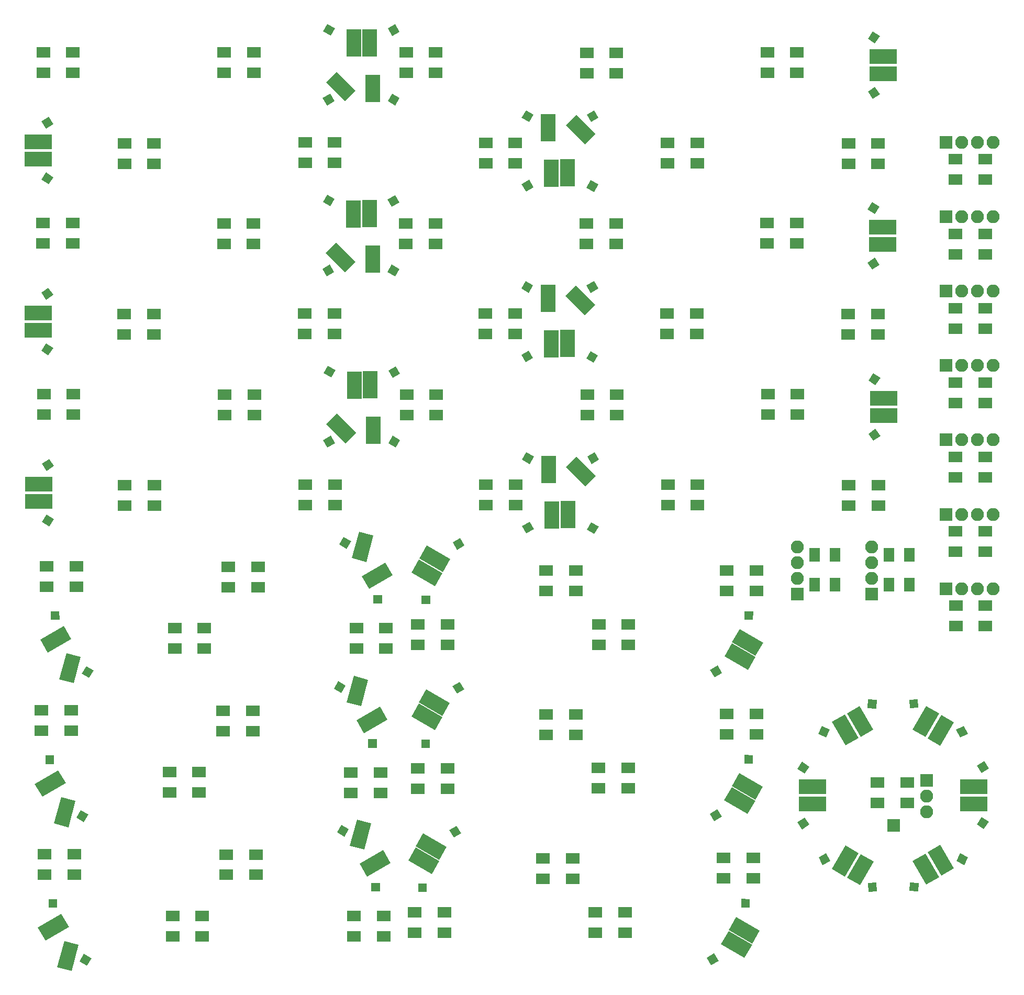
<source format=gbr>
G04 #@! TF.FileFunction,Soldermask,Top*
%FSLAX46Y46*%
G04 Gerber Fmt 4.6, Leading zero omitted, Abs format (unit mm)*
G04 Created by KiCad (PCBNEW 4.0.7) date 10/29/17 08:22:04*
%MOMM*%
%LPD*%
G01*
G04 APERTURE LIST*
%ADD10C,0.100000*%
%ADD11R,4.400000X2.400000*%
%ADD12R,2.100000X2.100000*%
%ADD13O,2.100000X2.100000*%
%ADD14R,1.800000X2.200000*%
%ADD15R,2.200000X1.800000*%
%ADD16R,2.400000X4.400000*%
G04 APERTURE END LIST*
D10*
D11*
X155028900Y-81064100D03*
X155028900Y-83858100D03*
D12*
X141109700Y-112737900D03*
D13*
X141109700Y-110197900D03*
X141109700Y-107657900D03*
X141109700Y-105117900D03*
D14*
X143866600Y-111188200D03*
X147166600Y-111188200D03*
X147166600Y-106388200D03*
X143866600Y-106388200D03*
X155906200Y-111162800D03*
X159206200Y-111162800D03*
X159206200Y-106362800D03*
X155906200Y-106362800D03*
D12*
X153149300Y-112712500D03*
D13*
X153149300Y-110172500D03*
X153149300Y-107632500D03*
X153149300Y-105092500D03*
D12*
X165163500Y-111848900D03*
D13*
X167703500Y-111848900D03*
X170243500Y-111848900D03*
X172783500Y-111848900D03*
D15*
X166713200Y-114605800D03*
X166713200Y-117905800D03*
X171513200Y-117905800D03*
X171513200Y-114605800D03*
D12*
X165138100Y-39636700D03*
D13*
X167678100Y-39636700D03*
X170218100Y-39636700D03*
X172758100Y-39636700D03*
D15*
X166687800Y-42393600D03*
X166687800Y-45693600D03*
X171487800Y-45693600D03*
X171487800Y-42393600D03*
X166687800Y-54433200D03*
X166687800Y-57733200D03*
X171487800Y-57733200D03*
X171487800Y-54433200D03*
D12*
X165138100Y-51676300D03*
D13*
X167678100Y-51676300D03*
X170218100Y-51676300D03*
X172758100Y-51676300D03*
D12*
X165138100Y-75730100D03*
D13*
X167678100Y-75730100D03*
X170218100Y-75730100D03*
X172758100Y-75730100D03*
D15*
X166687800Y-78487000D03*
X166687800Y-81787000D03*
X171487800Y-81787000D03*
X171487800Y-78487000D03*
X166687800Y-66447400D03*
X166687800Y-69747400D03*
X171487800Y-69747400D03*
X171487800Y-66447400D03*
D12*
X165138100Y-63690500D03*
D13*
X167678100Y-63690500D03*
X170218100Y-63690500D03*
X172758100Y-63690500D03*
D12*
X165138100Y-87769700D03*
D13*
X167678100Y-87769700D03*
X170218100Y-87769700D03*
X172758100Y-87769700D03*
D15*
X166687800Y-90526600D03*
X166687800Y-93826600D03*
X171487800Y-93826600D03*
X171487800Y-90526600D03*
D10*
G36*
X67346572Y-128721174D02*
X66141534Y-128008516D01*
X66854192Y-126803478D01*
X68059230Y-127516136D01*
X67346572Y-128721174D01*
X67346572Y-128721174D01*
G37*
G36*
X73063513Y-136183807D02*
X73078174Y-137583730D01*
X71678251Y-137598391D01*
X71663590Y-136198468D01*
X73063513Y-136183807D01*
X73063513Y-136183807D01*
G37*
G36*
X69355237Y-125957424D02*
X71673459Y-126578590D01*
X70534655Y-130828664D01*
X68216433Y-130207498D01*
X69355237Y-125957424D01*
X69355237Y-125957424D01*
G37*
G36*
X70977662Y-135194971D02*
X69777662Y-133116511D01*
X73588174Y-130916511D01*
X74788174Y-132994971D01*
X70977662Y-135194971D01*
X70977662Y-135194971D01*
G37*
D15*
X48216112Y-131596732D03*
X48216112Y-134896732D03*
X53016112Y-134896732D03*
X53016112Y-131596732D03*
X18853067Y-131538446D03*
X18853067Y-134838446D03*
X23653067Y-134838446D03*
X23653067Y-131538446D03*
X73704533Y-144864354D03*
X73704533Y-141564354D03*
X68904533Y-141564354D03*
X68904533Y-144864354D03*
X44341488Y-144806068D03*
X44341488Y-141506068D03*
X39541488Y-141506068D03*
X39541488Y-144806068D03*
D10*
G36*
X21579938Y-141207829D02*
X22779938Y-143286289D01*
X18969426Y-145486289D01*
X17769426Y-143407829D01*
X21579938Y-141207829D01*
X21579938Y-141207829D01*
G37*
G36*
X23202363Y-150445376D02*
X20884141Y-149824210D01*
X22022945Y-145574136D01*
X24341167Y-146195302D01*
X23202363Y-150445376D01*
X23202363Y-150445376D01*
G37*
G36*
X19494087Y-140218993D02*
X19479426Y-138819070D01*
X20879349Y-138804409D01*
X20894010Y-140204332D01*
X19494087Y-140218993D01*
X19494087Y-140218993D01*
G37*
G36*
X25211028Y-147681626D02*
X26416066Y-148394284D01*
X25703408Y-149599322D01*
X24498370Y-148886664D01*
X25211028Y-147681626D01*
X25211028Y-147681626D01*
G37*
G36*
X26074628Y-124364426D02*
X27279666Y-125077084D01*
X26567008Y-126282122D01*
X25361970Y-125569464D01*
X26074628Y-124364426D01*
X26074628Y-124364426D01*
G37*
G36*
X20357687Y-116901793D02*
X20343026Y-115501870D01*
X21742949Y-115487209D01*
X21757610Y-116887132D01*
X20357687Y-116901793D01*
X20357687Y-116901793D01*
G37*
G36*
X24065963Y-127128176D02*
X21747741Y-126507010D01*
X22886545Y-122256936D01*
X25204767Y-122878102D01*
X24065963Y-127128176D01*
X24065963Y-127128176D01*
G37*
G36*
X22443538Y-117890629D02*
X23643538Y-119969089D01*
X19833026Y-122169089D01*
X18633026Y-120090629D01*
X22443538Y-117890629D01*
X22443538Y-117890629D01*
G37*
D15*
X45205088Y-121488868D03*
X45205088Y-118188868D03*
X40405088Y-118188868D03*
X40405088Y-121488868D03*
X74568133Y-121547154D03*
X74568133Y-118247154D03*
X69768133Y-118247154D03*
X69768133Y-121547154D03*
X19716667Y-108221246D03*
X19716667Y-111521246D03*
X24516667Y-111521246D03*
X24516667Y-108221246D03*
X49079712Y-108279532D03*
X49079712Y-111579532D03*
X53879712Y-111579532D03*
X53879712Y-108279532D03*
D10*
G36*
X71841262Y-111877771D02*
X70641262Y-109799311D01*
X74451774Y-107599311D01*
X75651774Y-109677771D01*
X71841262Y-111877771D01*
X71841262Y-111877771D01*
G37*
G36*
X70218837Y-102640224D02*
X72537059Y-103261390D01*
X71398255Y-107511464D01*
X69080033Y-106890298D01*
X70218837Y-102640224D01*
X70218837Y-102640224D01*
G37*
G36*
X73927113Y-112866607D02*
X73941774Y-114266530D01*
X72541851Y-114281191D01*
X72527190Y-112881268D01*
X73927113Y-112866607D01*
X73927113Y-112866607D01*
G37*
G36*
X68210172Y-105403974D02*
X67005134Y-104691316D01*
X67717792Y-103486278D01*
X68922830Y-104198936D01*
X68210172Y-105403974D01*
X68210172Y-105403974D01*
G37*
G36*
X25719028Y-170922626D02*
X26924066Y-171635284D01*
X26211408Y-172840322D01*
X25006370Y-172127664D01*
X25719028Y-170922626D01*
X25719028Y-170922626D01*
G37*
G36*
X20002087Y-163459993D02*
X19987426Y-162060070D01*
X21387349Y-162045409D01*
X21402010Y-163445332D01*
X20002087Y-163459993D01*
X20002087Y-163459993D01*
G37*
G36*
X23710363Y-173686376D02*
X21392141Y-173065210D01*
X22530945Y-168815136D01*
X24849167Y-169436302D01*
X23710363Y-173686376D01*
X23710363Y-173686376D01*
G37*
G36*
X22087938Y-164448829D02*
X23287938Y-166527289D01*
X19477426Y-168727289D01*
X18277426Y-166648829D01*
X22087938Y-164448829D01*
X22087938Y-164448829D01*
G37*
D15*
X44849488Y-168047068D03*
X44849488Y-164747068D03*
X40049488Y-164747068D03*
X40049488Y-168047068D03*
X74212533Y-168105354D03*
X74212533Y-164805354D03*
X69412533Y-164805354D03*
X69412533Y-168105354D03*
X19361067Y-154779446D03*
X19361067Y-158079446D03*
X24161067Y-158079446D03*
X24161067Y-154779446D03*
X48724112Y-154837732D03*
X48724112Y-158137732D03*
X53524112Y-158137732D03*
X53524112Y-154837732D03*
D10*
G36*
X71485662Y-158435971D02*
X70285662Y-156357511D01*
X74096174Y-154157511D01*
X75296174Y-156235971D01*
X71485662Y-158435971D01*
X71485662Y-158435971D01*
G37*
G36*
X69863237Y-149198424D02*
X72181459Y-149819590D01*
X71042655Y-154069664D01*
X68724433Y-153448498D01*
X69863237Y-149198424D01*
X69863237Y-149198424D01*
G37*
G36*
X73571513Y-159424807D02*
X73586174Y-160824730D01*
X72186251Y-160839391D01*
X72171590Y-159439468D01*
X73571513Y-159424807D01*
X73571513Y-159424807D01*
G37*
G36*
X67854572Y-151962174D02*
X66649534Y-151249516D01*
X67362192Y-150044478D01*
X68567230Y-150757136D01*
X67854572Y-151962174D01*
X67854572Y-151962174D01*
G37*
D15*
X108942478Y-140864971D03*
X108942478Y-144164971D03*
X113742478Y-144164971D03*
X113742478Y-140864971D03*
X79721168Y-140931764D03*
X79721168Y-144231764D03*
X84521168Y-144231764D03*
X84521168Y-140931764D03*
D10*
G36*
X134286466Y-146163818D02*
X133086466Y-148242278D01*
X129275954Y-146042278D01*
X130475954Y-143963818D01*
X134286466Y-146163818D01*
X134286466Y-146163818D01*
G37*
G36*
X135533223Y-143877371D02*
X134333223Y-145955831D01*
X130522711Y-143755831D01*
X131722711Y-141677371D01*
X135533223Y-143877371D01*
X135533223Y-143877371D01*
G37*
G36*
X126952363Y-148241893D02*
X128157401Y-147529235D01*
X128870059Y-148734273D01*
X127665021Y-149446931D01*
X126952363Y-148241893D01*
X126952363Y-148241893D01*
G37*
G36*
X133912246Y-138753420D02*
X133897585Y-140153343D01*
X132497662Y-140138682D01*
X132512323Y-138738759D01*
X133912246Y-138753420D01*
X133912246Y-138753420D01*
G37*
G36*
X80273254Y-137611280D02*
X80287915Y-136211357D01*
X81687838Y-136226018D01*
X81673177Y-137625941D01*
X80273254Y-137611280D01*
X80273254Y-137611280D01*
G37*
G36*
X87233137Y-128122807D02*
X86028099Y-128835465D01*
X85315441Y-127630427D01*
X86520479Y-126917769D01*
X87233137Y-128122807D01*
X87233137Y-128122807D01*
G37*
G36*
X78652277Y-132487329D02*
X79852277Y-130408869D01*
X83662789Y-132608869D01*
X82462789Y-134687329D01*
X78652277Y-132487329D01*
X78652277Y-132487329D01*
G37*
G36*
X79899034Y-130200882D02*
X81099034Y-128122422D01*
X84909546Y-130322422D01*
X83709546Y-132400882D01*
X79899034Y-130200882D01*
X79899034Y-130200882D01*
G37*
D15*
X134464332Y-135432936D03*
X134464332Y-132132936D03*
X129664332Y-132132936D03*
X129664332Y-135432936D03*
X105243022Y-135499729D03*
X105243022Y-132199729D03*
X100443022Y-132199729D03*
X100443022Y-135499729D03*
X104735022Y-158791529D03*
X104735022Y-155491529D03*
X99935022Y-155491529D03*
X99935022Y-158791529D03*
X133956332Y-158724736D03*
X133956332Y-155424736D03*
X129156332Y-155424736D03*
X129156332Y-158724736D03*
D10*
G36*
X79391034Y-153492682D02*
X80591034Y-151414222D01*
X84401546Y-153614222D01*
X83201546Y-155692682D01*
X79391034Y-153492682D01*
X79391034Y-153492682D01*
G37*
G36*
X78144277Y-155779129D02*
X79344277Y-153700669D01*
X83154789Y-155900669D01*
X81954789Y-157979129D01*
X78144277Y-155779129D01*
X78144277Y-155779129D01*
G37*
G36*
X86725137Y-151414607D02*
X85520099Y-152127265D01*
X84807441Y-150922227D01*
X86012479Y-150209569D01*
X86725137Y-151414607D01*
X86725137Y-151414607D01*
G37*
G36*
X79765254Y-160903080D02*
X79779915Y-159503157D01*
X81179838Y-159517818D01*
X81165177Y-160917741D01*
X79765254Y-160903080D01*
X79765254Y-160903080D01*
G37*
G36*
X133404246Y-162045220D02*
X133389585Y-163445143D01*
X131989662Y-163430482D01*
X132004323Y-162030559D01*
X133404246Y-162045220D01*
X133404246Y-162045220D01*
G37*
G36*
X126444363Y-171533693D02*
X127649401Y-170821035D01*
X128362059Y-172026073D01*
X127157021Y-172738731D01*
X126444363Y-171533693D01*
X126444363Y-171533693D01*
G37*
G36*
X135025223Y-167169171D02*
X133825223Y-169247631D01*
X130014711Y-167047631D01*
X131214711Y-164969171D01*
X135025223Y-167169171D01*
X135025223Y-167169171D01*
G37*
G36*
X133778466Y-169455618D02*
X132578466Y-171534078D01*
X128767954Y-169334078D01*
X129967954Y-167255618D01*
X133778466Y-169455618D01*
X133778466Y-169455618D01*
G37*
D15*
X79213168Y-164223564D03*
X79213168Y-167523564D03*
X84013168Y-167523564D03*
X84013168Y-164223564D03*
X108434478Y-164156771D03*
X108434478Y-167456771D03*
X113234478Y-167456771D03*
X113234478Y-164156771D03*
X108967878Y-117598571D03*
X108967878Y-120898571D03*
X113767878Y-120898571D03*
X113767878Y-117598571D03*
X79746568Y-117665364D03*
X79746568Y-120965364D03*
X84546568Y-120965364D03*
X84546568Y-117665364D03*
D10*
G36*
X134311866Y-122897418D02*
X133111866Y-124975878D01*
X129301354Y-122775878D01*
X130501354Y-120697418D01*
X134311866Y-122897418D01*
X134311866Y-122897418D01*
G37*
G36*
X135558623Y-120610971D02*
X134358623Y-122689431D01*
X130548111Y-120489431D01*
X131748111Y-118410971D01*
X135558623Y-120610971D01*
X135558623Y-120610971D01*
G37*
G36*
X126977763Y-124975493D02*
X128182801Y-124262835D01*
X128895459Y-125467873D01*
X127690421Y-126180531D01*
X126977763Y-124975493D01*
X126977763Y-124975493D01*
G37*
G36*
X133937646Y-115487020D02*
X133922985Y-116886943D01*
X132523062Y-116872282D01*
X132537723Y-115472359D01*
X133937646Y-115487020D01*
X133937646Y-115487020D01*
G37*
G36*
X19578229Y-65092719D02*
X18803481Y-63926629D01*
X19969571Y-63151881D01*
X20744319Y-64317971D01*
X19578229Y-65092719D01*
X19578229Y-65092719D01*
G37*
G36*
X20744319Y-72918229D02*
X19969571Y-74084319D01*
X18803481Y-73309571D01*
X19578229Y-72143481D01*
X20744319Y-72918229D01*
X20744319Y-72918229D01*
G37*
G36*
X96455518Y-74016083D02*
X97675217Y-73328818D01*
X98362482Y-74548517D01*
X97142783Y-75235782D01*
X96455518Y-74016083D01*
X96455518Y-74016083D01*
G37*
G36*
X106996518Y-62776583D02*
X108216217Y-62089318D01*
X108903482Y-63309017D01*
X107683783Y-63996282D01*
X106996518Y-62776583D01*
X106996518Y-62776583D01*
G37*
G36*
X97675217Y-63996282D02*
X96455518Y-63309017D01*
X97142783Y-62089318D01*
X98362482Y-62776583D01*
X97675217Y-63996282D01*
X97675217Y-63996282D01*
G37*
G36*
X108152717Y-75299282D02*
X106933018Y-74612017D01*
X107620283Y-73392318D01*
X108839982Y-74079583D01*
X108152717Y-75299282D01*
X108152717Y-75299282D01*
G37*
D11*
X18288000Y-70027800D03*
X18288000Y-67233800D03*
D16*
X101282500Y-72250300D03*
X103886000Y-72186800D03*
D10*
G36*
X108385663Y-65898012D02*
X106688607Y-67595068D01*
X103577337Y-64483798D01*
X105274393Y-62786742D01*
X108385663Y-65898012D01*
X108385663Y-65898012D01*
G37*
D16*
X100774500Y-64884300D03*
D15*
X95427500Y-70661800D03*
X95427500Y-67361800D03*
X90627500Y-67361800D03*
X90627500Y-70661800D03*
X66217500Y-70598300D03*
X66217500Y-67298300D03*
X61417500Y-67298300D03*
X61417500Y-70598300D03*
X37007500Y-70725300D03*
X37007500Y-67425300D03*
X32207500Y-67425300D03*
X32207500Y-70725300D03*
X154101500Y-70725300D03*
X154101500Y-67425300D03*
X149301500Y-67425300D03*
X149301500Y-70725300D03*
X124828000Y-70661800D03*
X124828000Y-67361800D03*
X120028000Y-67361800D03*
X120028000Y-70661800D03*
D10*
G36*
X153611671Y-58313181D02*
X154386419Y-59479271D01*
X153220329Y-60254019D01*
X152445581Y-59087929D01*
X153611671Y-58313181D01*
X153611671Y-58313181D01*
G37*
G36*
X152445581Y-50487671D02*
X153220329Y-49321581D01*
X154386419Y-50096329D01*
X153611671Y-51262419D01*
X152445581Y-50487671D01*
X152445581Y-50487671D01*
G37*
G36*
X76734382Y-49389817D02*
X75514683Y-50077082D01*
X74827418Y-48857383D01*
X76047117Y-48170118D01*
X76734382Y-49389817D01*
X76734382Y-49389817D01*
G37*
G36*
X66193382Y-60629317D02*
X64973683Y-61316582D01*
X64286418Y-60096883D01*
X65506117Y-59409618D01*
X66193382Y-60629317D01*
X66193382Y-60629317D01*
G37*
G36*
X75514683Y-59409618D02*
X76734382Y-60096883D01*
X76047117Y-61316582D01*
X74827418Y-60629317D01*
X75514683Y-59409618D01*
X75514683Y-59409618D01*
G37*
G36*
X65037183Y-48106618D02*
X66256882Y-48793883D01*
X65569617Y-50013582D01*
X64349918Y-49326317D01*
X65037183Y-48106618D01*
X65037183Y-48106618D01*
G37*
D11*
X154901900Y-53378100D03*
X154901900Y-56172100D03*
D16*
X71907400Y-51155600D03*
X69303900Y-51219100D03*
D10*
G36*
X64804237Y-57507888D02*
X66501293Y-55810832D01*
X69612563Y-58922102D01*
X67915507Y-60619158D01*
X64804237Y-57507888D01*
X64804237Y-57507888D01*
G37*
D16*
X72415400Y-58521600D03*
D15*
X77762400Y-52744100D03*
X77762400Y-56044100D03*
X82562400Y-56044100D03*
X82562400Y-52744100D03*
X106972400Y-52807600D03*
X106972400Y-56107600D03*
X111772400Y-56107600D03*
X111772400Y-52807600D03*
X136182400Y-52680600D03*
X136182400Y-55980600D03*
X140982400Y-55980600D03*
X140982400Y-52680600D03*
X19088400Y-52680600D03*
X19088400Y-55980600D03*
X23888400Y-55980600D03*
X23888400Y-52680600D03*
X48361900Y-52744100D03*
X48361900Y-56044100D03*
X53161900Y-56044100D03*
X53161900Y-52744100D03*
X48488900Y-80430100D03*
X48488900Y-83730100D03*
X53288900Y-83730100D03*
X53288900Y-80430100D03*
X19215400Y-80366600D03*
X19215400Y-83666600D03*
X24015400Y-83666600D03*
X24015400Y-80366600D03*
X136309400Y-80366600D03*
X136309400Y-83666600D03*
X141109400Y-83666600D03*
X141109400Y-80366600D03*
X107099400Y-80493600D03*
X107099400Y-83793600D03*
X111899400Y-83793600D03*
X111899400Y-80493600D03*
X77889400Y-80430100D03*
X77889400Y-83730100D03*
X82689400Y-83730100D03*
X82689400Y-80430100D03*
D16*
X72542400Y-86207600D03*
D10*
G36*
X64931237Y-85193888D02*
X66628293Y-83496832D01*
X69739563Y-86608102D01*
X68042507Y-88305158D01*
X64931237Y-85193888D01*
X64931237Y-85193888D01*
G37*
D16*
X69430900Y-78905100D03*
X72034400Y-78841600D03*
D10*
G36*
X65164183Y-75792618D02*
X66383882Y-76479883D01*
X65696617Y-77699582D01*
X64476918Y-77012317D01*
X65164183Y-75792618D01*
X65164183Y-75792618D01*
G37*
G36*
X75641683Y-87095618D02*
X76861382Y-87782883D01*
X76174117Y-89002582D01*
X74954418Y-88315317D01*
X75641683Y-87095618D01*
X75641683Y-87095618D01*
G37*
G36*
X66320382Y-88315317D02*
X65100683Y-89002582D01*
X64413418Y-87782883D01*
X65633117Y-87095618D01*
X66320382Y-88315317D01*
X66320382Y-88315317D01*
G37*
G36*
X76861382Y-77075817D02*
X75641683Y-77763082D01*
X74954418Y-76543383D01*
X76174117Y-75856118D01*
X76861382Y-77075817D01*
X76861382Y-77075817D01*
G37*
G36*
X152572581Y-78173671D02*
X153347329Y-77007581D01*
X154513419Y-77782329D01*
X153738671Y-78948419D01*
X152572581Y-78173671D01*
X152572581Y-78173671D01*
G37*
G36*
X153738671Y-85999181D02*
X154513419Y-87165271D01*
X153347329Y-87940019D01*
X152572581Y-86773929D01*
X153738671Y-85999181D01*
X153738671Y-85999181D01*
G37*
D15*
X124955000Y-98347800D03*
X124955000Y-95047800D03*
X120155000Y-95047800D03*
X120155000Y-98347800D03*
X154228500Y-98411300D03*
X154228500Y-95111300D03*
X149428500Y-95111300D03*
X149428500Y-98411300D03*
X37134500Y-98411300D03*
X37134500Y-95111300D03*
X32334500Y-95111300D03*
X32334500Y-98411300D03*
X66344500Y-98284300D03*
X66344500Y-94984300D03*
X61544500Y-94984300D03*
X61544500Y-98284300D03*
X95554500Y-98347800D03*
X95554500Y-95047800D03*
X90754500Y-95047800D03*
X90754500Y-98347800D03*
D16*
X100901500Y-92570300D03*
D10*
G36*
X108512663Y-93584012D02*
X106815607Y-95281068D01*
X103704337Y-92169798D01*
X105401393Y-90472742D01*
X108512663Y-93584012D01*
X108512663Y-93584012D01*
G37*
D16*
X104013000Y-99872800D03*
X101409500Y-99936300D03*
D11*
X18415000Y-97713800D03*
X18415000Y-94919800D03*
D10*
G36*
X108279717Y-102985282D02*
X107060018Y-102298017D01*
X107747283Y-101078318D01*
X108966982Y-101765583D01*
X108279717Y-102985282D01*
X108279717Y-102985282D01*
G37*
G36*
X97802217Y-91682282D02*
X96582518Y-90995017D01*
X97269783Y-89775318D01*
X98489482Y-90462583D01*
X97802217Y-91682282D01*
X97802217Y-91682282D01*
G37*
G36*
X107123518Y-90462583D02*
X108343217Y-89775318D01*
X109030482Y-90995017D01*
X107810783Y-91682282D01*
X107123518Y-90462583D01*
X107123518Y-90462583D01*
G37*
G36*
X96582518Y-101702083D02*
X97802217Y-101014818D01*
X98489482Y-102234517D01*
X97269783Y-102921782D01*
X96582518Y-101702083D01*
X96582518Y-101702083D01*
G37*
G36*
X20871319Y-100604229D02*
X20096571Y-101770319D01*
X18930481Y-100995571D01*
X19705229Y-99829481D01*
X20871319Y-100604229D01*
X20871319Y-100604229D01*
G37*
G36*
X19705229Y-92778719D02*
X18930481Y-91612629D01*
X20096571Y-90837881D01*
X20871319Y-92003971D01*
X19705229Y-92778719D01*
X19705229Y-92778719D01*
G37*
G36*
X19629029Y-37457519D02*
X18854281Y-36291429D01*
X20020371Y-35516681D01*
X20795119Y-36682771D01*
X19629029Y-37457519D01*
X19629029Y-37457519D01*
G37*
G36*
X20795119Y-45283029D02*
X20020371Y-46449119D01*
X18854281Y-45674371D01*
X19629029Y-44508281D01*
X20795119Y-45283029D01*
X20795119Y-45283029D01*
G37*
G36*
X96506318Y-46380883D02*
X97726017Y-45693618D01*
X98413282Y-46913317D01*
X97193583Y-47600582D01*
X96506318Y-46380883D01*
X96506318Y-46380883D01*
G37*
G36*
X107047318Y-35141383D02*
X108267017Y-34454118D01*
X108954282Y-35673817D01*
X107734583Y-36361082D01*
X107047318Y-35141383D01*
X107047318Y-35141383D01*
G37*
G36*
X97726017Y-36361082D02*
X96506318Y-35673817D01*
X97193583Y-34454118D01*
X98413282Y-35141383D01*
X97726017Y-36361082D01*
X97726017Y-36361082D01*
G37*
G36*
X108203517Y-47664082D02*
X106983818Y-46976817D01*
X107671083Y-45757118D01*
X108890782Y-46444383D01*
X108203517Y-47664082D01*
X108203517Y-47664082D01*
G37*
D11*
X18338800Y-42392600D03*
X18338800Y-39598600D03*
D16*
X101333300Y-44615100D03*
X103936800Y-44551600D03*
D10*
G36*
X108436463Y-38262812D02*
X106739407Y-39959868D01*
X103628137Y-36848598D01*
X105325193Y-35151542D01*
X108436463Y-38262812D01*
X108436463Y-38262812D01*
G37*
D16*
X100825300Y-37249100D03*
D15*
X95478300Y-43026600D03*
X95478300Y-39726600D03*
X90678300Y-39726600D03*
X90678300Y-43026600D03*
X66268300Y-42963100D03*
X66268300Y-39663100D03*
X61468300Y-39663100D03*
X61468300Y-42963100D03*
X37058300Y-43090100D03*
X37058300Y-39790100D03*
X32258300Y-39790100D03*
X32258300Y-43090100D03*
X154152300Y-43090100D03*
X154152300Y-39790100D03*
X149352300Y-39790100D03*
X149352300Y-43090100D03*
X124878800Y-43026600D03*
X124878800Y-39726600D03*
X120078800Y-39726600D03*
X120078800Y-43026600D03*
D10*
G36*
X80298654Y-114344880D02*
X80313315Y-112944957D01*
X81713238Y-112959618D01*
X81698577Y-114359541D01*
X80298654Y-114344880D01*
X80298654Y-114344880D01*
G37*
G36*
X87258537Y-104856407D02*
X86053499Y-105569065D01*
X85340841Y-104364027D01*
X86545879Y-103651369D01*
X87258537Y-104856407D01*
X87258537Y-104856407D01*
G37*
G36*
X78677677Y-109220929D02*
X79877677Y-107142469D01*
X83688189Y-109342469D01*
X82488189Y-111420929D01*
X78677677Y-109220929D01*
X78677677Y-109220929D01*
G37*
G36*
X79924434Y-106934482D02*
X81124434Y-104856022D01*
X84934946Y-107056022D01*
X83734946Y-109134482D01*
X79924434Y-106934482D01*
X79924434Y-106934482D01*
G37*
D15*
X134489732Y-112166536D03*
X134489732Y-108866536D03*
X129689732Y-108866536D03*
X129689732Y-112166536D03*
X105268422Y-112233329D03*
X105268422Y-108933329D03*
X100468422Y-108933329D03*
X100468422Y-112233329D03*
D10*
G36*
X153662471Y-30677981D02*
X154437219Y-31844071D01*
X153271129Y-32618819D01*
X152496381Y-31452729D01*
X153662471Y-30677981D01*
X153662471Y-30677981D01*
G37*
G36*
X152496381Y-22852471D02*
X153271129Y-21686381D01*
X154437219Y-22461129D01*
X153662471Y-23627219D01*
X152496381Y-22852471D01*
X152496381Y-22852471D01*
G37*
G36*
X76785182Y-21754617D02*
X75565483Y-22441882D01*
X74878218Y-21222183D01*
X76097917Y-20534918D01*
X76785182Y-21754617D01*
X76785182Y-21754617D01*
G37*
G36*
X66244182Y-32994117D02*
X65024483Y-33681382D01*
X64337218Y-32461683D01*
X65556917Y-31774418D01*
X66244182Y-32994117D01*
X66244182Y-32994117D01*
G37*
G36*
X75565483Y-31774418D02*
X76785182Y-32461683D01*
X76097917Y-33681382D01*
X74878218Y-32994117D01*
X75565483Y-31774418D01*
X75565483Y-31774418D01*
G37*
G36*
X65087983Y-20471418D02*
X66307682Y-21158683D01*
X65620417Y-22378382D01*
X64400718Y-21691117D01*
X65087983Y-20471418D01*
X65087983Y-20471418D01*
G37*
D11*
X154952700Y-25742900D03*
X154952700Y-28536900D03*
D16*
X71958200Y-23520400D03*
X69354700Y-23583900D03*
D10*
G36*
X64855037Y-29872688D02*
X66552093Y-28175632D01*
X69663363Y-31286902D01*
X67966307Y-32983958D01*
X64855037Y-29872688D01*
X64855037Y-29872688D01*
G37*
D16*
X72466200Y-30886400D03*
D15*
X77813200Y-25108900D03*
X77813200Y-28408900D03*
X82613200Y-28408900D03*
X82613200Y-25108900D03*
X107023200Y-25172400D03*
X107023200Y-28472400D03*
X111823200Y-28472400D03*
X111823200Y-25172400D03*
X136233200Y-25045400D03*
X136233200Y-28345400D03*
X141033200Y-28345400D03*
X141033200Y-25045400D03*
X19139200Y-25045400D03*
X19139200Y-28345400D03*
X23939200Y-28345400D03*
X23939200Y-25045400D03*
X48412700Y-25108900D03*
X48412700Y-28408900D03*
X53212700Y-28408900D03*
X53212700Y-25108900D03*
D12*
X162026600Y-142824200D03*
D13*
X162026600Y-145364200D03*
X162026600Y-147904200D03*
D12*
X156692600Y-150126700D03*
D15*
X154038600Y-143206200D03*
X154038600Y-146506200D03*
X158838600Y-146506200D03*
X158838600Y-143206200D03*
D11*
X143548100Y-143903700D03*
X143548100Y-146697700D03*
X169583100Y-143840200D03*
X169583100Y-146634200D03*
D10*
G36*
X148791860Y-158393441D02*
X146713400Y-157193441D01*
X148913400Y-153382929D01*
X150991860Y-154582929D01*
X148791860Y-158393441D01*
X148791860Y-158393441D01*
G37*
G36*
X151211535Y-159790441D02*
X149133075Y-158590441D01*
X151333075Y-154779929D01*
X153411535Y-155979929D01*
X151211535Y-159790441D01*
X151211535Y-159790441D01*
G37*
G36*
X161809360Y-135850941D02*
X159730900Y-134650941D01*
X161930900Y-130840429D01*
X164009360Y-132040429D01*
X161809360Y-135850941D01*
X161809360Y-135850941D01*
G37*
G36*
X164229035Y-137247941D02*
X162150575Y-136047941D01*
X164350575Y-132237429D01*
X166429035Y-133437429D01*
X164229035Y-137247941D01*
X164229035Y-137247941D01*
G37*
G36*
X149121840Y-132010959D02*
X151200300Y-130810959D01*
X153400300Y-134621471D01*
X151321840Y-135821471D01*
X149121840Y-132010959D01*
X149121840Y-132010959D01*
G37*
G36*
X146702165Y-133407959D02*
X148780625Y-132207959D01*
X150980625Y-136018471D01*
X148902165Y-137218471D01*
X146702165Y-133407959D01*
X146702165Y-133407959D01*
G37*
G36*
X162139340Y-154489959D02*
X164217800Y-153289959D01*
X166417800Y-157100471D01*
X164339340Y-158300471D01*
X162139340Y-154489959D01*
X162139340Y-154489959D01*
G37*
G36*
X159719665Y-155886959D02*
X161798125Y-154686959D01*
X163998125Y-158497471D01*
X161919665Y-159697471D01*
X159719665Y-155886959D01*
X159719665Y-155886959D01*
G37*
G36*
X141091781Y-141013271D02*
X141866529Y-139847181D01*
X143032619Y-140621929D01*
X142257871Y-141788019D01*
X141091781Y-141013271D01*
X141091781Y-141013271D01*
G37*
G36*
X146353243Y-134685246D02*
X145730754Y-135939243D01*
X144476757Y-135316754D01*
X145099246Y-134062757D01*
X146353243Y-134685246D01*
X146353243Y-134685246D01*
G37*
G36*
X152558135Y-129762628D02*
X153955372Y-129850535D01*
X153867465Y-131247772D01*
X152470228Y-131159865D01*
X152558135Y-129762628D01*
X152558135Y-129762628D01*
G37*
G36*
X160660972Y-131109065D02*
X159263735Y-131196972D01*
X159175828Y-129799735D01*
X160573065Y-129711828D01*
X160660972Y-131109065D01*
X160660972Y-131109065D01*
G37*
G36*
X168031954Y-134037357D02*
X168654443Y-135291354D01*
X167400446Y-135913843D01*
X166777957Y-134659846D01*
X168031954Y-134037357D01*
X168031954Y-134037357D01*
G37*
G36*
X170898729Y-141686419D02*
X170123981Y-140520329D01*
X171290071Y-139745581D01*
X172064819Y-140911671D01*
X170898729Y-141686419D01*
X170898729Y-141686419D01*
G37*
G36*
X172039419Y-149537329D02*
X171264671Y-150703419D01*
X170098581Y-149928671D01*
X170873329Y-148762581D01*
X172039419Y-149537329D01*
X172039419Y-149537329D01*
G37*
G36*
X166828757Y-155916154D02*
X167451246Y-154662157D01*
X168705243Y-155284646D01*
X168082754Y-156538643D01*
X166828757Y-155916154D01*
X166828757Y-155916154D01*
G37*
G36*
X160623865Y-160813372D02*
X159226628Y-160725465D01*
X159314535Y-159328228D01*
X160711772Y-159416135D01*
X160623865Y-160813372D01*
X160623865Y-160813372D01*
G37*
G36*
X152495628Y-159466935D02*
X153892865Y-159379028D01*
X153980772Y-160776265D01*
X152583535Y-160864172D01*
X152495628Y-159466935D01*
X152495628Y-159466935D01*
G37*
G36*
X145150046Y-156538643D02*
X144527557Y-155284646D01*
X145781554Y-154662157D01*
X146404043Y-155916154D01*
X145150046Y-156538643D01*
X145150046Y-156538643D01*
G37*
G36*
X142257871Y-148838781D02*
X143032619Y-150004871D01*
X141866529Y-150779619D01*
X141091781Y-149613529D01*
X142257871Y-148838781D01*
X142257871Y-148838781D01*
G37*
D15*
X166687800Y-102566200D03*
X166687800Y-105866200D03*
X171487800Y-105866200D03*
X171487800Y-102566200D03*
D12*
X165138100Y-99809300D03*
D13*
X167678100Y-99809300D03*
X170218100Y-99809300D03*
X172758100Y-99809300D03*
M02*

</source>
